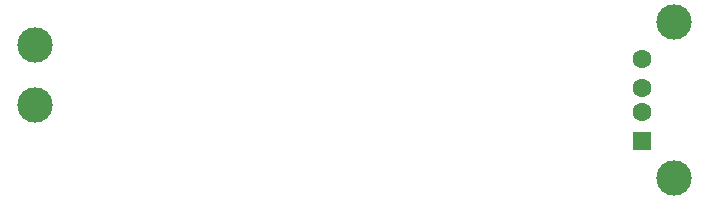
<source format=gbr>
%TF.GenerationSoftware,KiCad,Pcbnew,(6.0.4)*%
%TF.CreationDate,2022-04-27T12:43:55-07:00*%
%TF.ProjectId,SolarChargerV2,536f6c61-7243-4686-9172-67657256322e,rev?*%
%TF.SameCoordinates,Original*%
%TF.FileFunction,Soldermask,Bot*%
%TF.FilePolarity,Negative*%
%FSLAX46Y46*%
G04 Gerber Fmt 4.6, Leading zero omitted, Abs format (unit mm)*
G04 Created by KiCad (PCBNEW (6.0.4)) date 2022-04-27 12:43:55*
%MOMM*%
%LPD*%
G01*
G04 APERTURE LIST*
%ADD10C,3.000000*%
%ADD11R,1.500000X1.600000*%
%ADD12C,1.600000*%
G04 APERTURE END LIST*
D10*
%TO.C,SC1*%
X100700000Y-66460000D03*
X100700000Y-71540000D03*
%TD*%
D11*
%TO.C,J1*%
X152120000Y-74620000D03*
D12*
X152120000Y-72120000D03*
X152120000Y-70120000D03*
X152120000Y-67620000D03*
D10*
X154830000Y-64550000D03*
X154830000Y-77690000D03*
%TD*%
M02*

</source>
